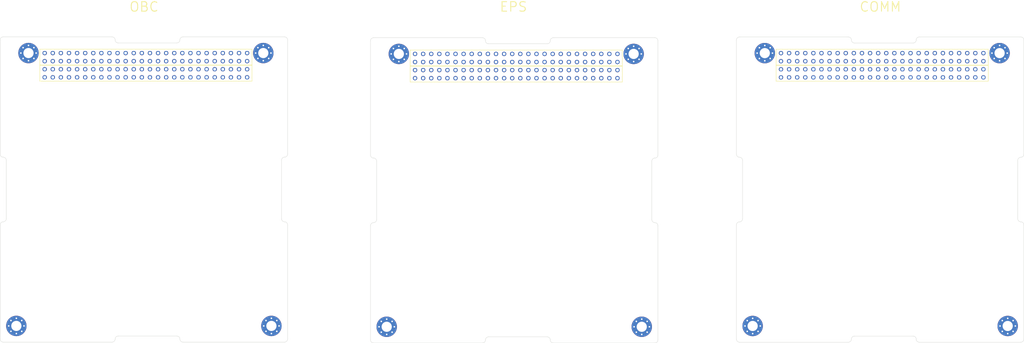
<source format=kicad_pcb>
(kicad_pcb (version 20241229) (generator "pcbnew") (generator_version "9.0")
  (title_block (title "HEDGE 2") (date "2025-06-29") (rev "V0.8") (company "University of Virginia") (comment 1 "Department of Mechanical and Aerospace Engineering"))
  (layers (0 "F.Cu" signal) (2 "B.Cu" signal) (13 "F.Paste" user) (15 "B.Paste" user) (5 "F.SilkS" user "F.Silkscreen") (7 "B.SilkS" user "B.Silkscreen") (1 "F.Mask" user) (3 "B.Mask" user) (25 "Edge.Cuts" user))
  (net 0 "")
  (net 62 "+5V")
  (net 63 "+3V3")
  (net 64 "GND")
  (footprint "VST104_footprints:ESQ-126-39-x-D" (layer "F.Cu") (at 70.787499 47.537699)
    (property "Reference" "H1" (hide yes))
    (property "Value" "Conn_02x26_Odd_Even" (hide yes))
  )
  (footprint "VST104_footprints:MountingHole_3.2mm_M3_Pad_Via" (layer "F.Cu") (at 372.887499 125.662699)
    (property "Reference" "MH3" (hide yes))
    (property "Value" "MountingHole_Pad" (hide yes))
  )
  (footprint "VST104_footprints:MountingHole_3.2mm_M3_Pad_Via" (layer "F.Cu") (at 292.877499 125.662699)
    (property "Reference" "MH4" (hide yes))
    (property "Value" "MountingHole_Pad" (hide yes))
  )
  (footprint "VST104_footprints:ESQ-126-39-x-D" (layer "F.Cu") (at 301.767499 42.477699)
    (property "Reference" "H2" (hide yes))
    (property "Value" "Conn_02x26_Odd_Even" (hide yes))
  )
  (footprint "VST104_footprints:ESQ-126-39-x-D" (layer "F.Cu") (at 70.787499 42.457699)
    (property "Reference" "H2" (hide yes))
    (property "Value" "Conn_02x26_Odd_Even" (hide yes))
  )
  (footprint "VST104_footprints:MountingHole_3.2mm_M3_Pad_Via" (layer "F.Cu") (at 178.077499 125.912699)
    (property "Reference" "MH4" (hide yes))
    (property "Value" "MountingHole_Pad" (hide yes))
  )
  (footprint "VST104_footprints:MountingHole_3.2mm_M3_Pad_Via" (layer "F.Cu") (at 181.887499 40.187699)
    (property "Reference" "MH1" (hide yes))
    (property "Value" "MountingHole_Pad" (hide yes))
  )
  (footprint "VST104_footprints:MountingHole_3.2mm_M3_Pad_Via" (layer "F.Cu") (at 65.707499 39.917699)
    (property "Reference" "MH1" (hide yes))
    (property "Value" "MountingHole_Pad" (hide yes))
  )
  (footprint "VST104_footprints:ESQ-126-39-x-D" (layer "F.Cu") (at 186.967499 47.807699)
    (property "Reference" "H1" (hide yes))
    (property "Value" "Conn_02x26_Odd_Even" (hide yes))
  )
  (footprint "VST104_footprints:MountingHole_3.2mm_M3_Pad_Via" (layer "F.Cu") (at 370.347499 39.937699)
    (property "Reference" "MH2" (hide yes))
    (property "Value" "MountingHole_Pad" (hide yes))
  )
  (footprint "VST104_footprints:MountingHole_3.2mm_M3_Pad_Via" (layer "F.Cu") (at 61.897499 125.642699)
    (property "Reference" "MH4" (hide yes))
    (property "Value" "MountingHole_Pad" (hide yes))
  )
  (footprint "VST104_footprints:ESQ-126-39-x-D" (layer "F.Cu") (at 186.967499 42.727699)
    (property "Reference" "H2" (hide yes))
    (property "Value" "Conn_02x26_Odd_Even" (hide yes))
  )
  (footprint "VST104_footprints:MountingHole_3.2mm_M3_Pad_Via" (layer "F.Cu") (at 258.087499 125.912699)
    (property "Reference" "MH3" (hide yes))
    (property "Value" "MountingHole_Pad" (hide yes))
  )
  (footprint "VST104_footprints:MountingHole_3.2mm_M3_Pad_Via" (layer "F.Cu") (at 139.367499 39.917699)
    (property "Reference" "MH2" (hide yes))
    (property "Value" "MountingHole_Pad" (hide yes))
  )
  (footprint "VST104_footprints:MountingHole_3.2mm_M3_Pad_Via" (layer "F.Cu") (at 141.907499 125.642699)
    (property "Reference" "MH3" (hide yes))
    (property "Value" "MountingHole_Pad" (hide yes))
  )
  (footprint "VST104_footprints:MountingHole_3.2mm_M3_Pad_Via" (layer "F.Cu") (at 296.687499 39.937699)
    (property "Reference" "MH1" (hide yes))
    (property "Value" "MountingHole_Pad" (hide yes))
  )
  (footprint "VST104_footprints:ESQ-126-39-x-D" (layer "F.Cu") (at 301.767499 47.557699)
    (property "Reference" "H1" (hide yes))
    (property "Value" "Conn_02x26_Odd_Even" (hide yes))
  )
  (footprint "VST104_footprints:MountingHole_3.2mm_M3_Pad_Via" (layer "F.Cu") (at 255.547499 40.187699)
    (property "Reference" "MH2" (hide yes))
    (property "Value" "MountingHole_Pad" (hide yes))
  )
  (gr_arc (start 146.034999 92.927499) (mid 145.36148 92.648518) (end 145.082499 91.974999) (stroke (width 0.1)) (layer "Edge.Cuts"))
  (gr_line (start 324.817999 36.762699) (end 343.232999 36.762699) (stroke (width 0.1)) (layer "Edge.Cuts"))
  (gr_arc (start 58.722499 91.974999) (mid 58.443518 92.648518) (end 57.769999 92.927499) (stroke (width 0.1)) (layer "Edge.Cuts"))
  (gr_arc (start 146.034999 34.837699) (mid 146.708518 35.11668) (end 146.987499 35.790199) (stroke (width 0.1)) (layer "Edge.Cuts"))
  (gr_arc (start 208.112999 35.107699) (mid 208.786518 35.38668) (end 209.065499 36.060199) (stroke (width 0.1)) (layer "Edge.Cuts"))
  (gr_line (start 56.817499 35.790199) (end 56.817499 71.680399) (stroke (width 0.1)) (layer "Edge.Cuts"))
  (gr_arc (start 322.912999 34.857699) (mid 323.586518 35.13668) (end 323.865499 35.810199) (stroke (width 0.1)) (layer "Edge.Cuts"))
  (gr_arc (start 174.902499 92.244999) (mid 174.623518 92.918518) (end 173.949999 93.197499) (stroke (width 0.1)) (layer "Edge.Cuts"))
  (gr_arc (start 173.949999 130.992699) (mid 173.27648 130.713718) (end 172.997499 130.040199) (stroke (width 0.1)) (layer "Edge.Cuts"))
  (gr_line (start 345.137999 130.742699) (end 377.014999 130.742699) (stroke (width 0.1)) (layer "Edge.Cuts"))
  (gr_arc (start 146.987499 71.680399) (mid 146.708518 72.353918) (end 146.034999 72.632899) (stroke (width 0.1)) (layer "Edge.Cuts"))
  (gr_arc (start 172.997499 36.060199) (mid 173.27648 35.38668) (end 173.949999 35.107699) (stroke (width 0.1)) (layer "Edge.Cuts"))
  (gr_arc (start 56.817499 93.879999) (mid 57.09648 93.20648) (end 57.769999 92.927499) (stroke (width 0.1)) (layer "Edge.Cuts"))
  (gr_arc (start 377.014999 92.947499) (mid 377.688518 93.22648) (end 377.967499 93.899999) (stroke (width 0.1)) (layer "Edge.Cuts"))
  (gr_line (start 345.137999 34.857699) (end 377.014999 34.857699) (stroke (width 0.1)) (layer "Edge.Cuts"))
  (gr_arc (start 345.137999 130.742699) (mid 344.46448 130.463718) (end 344.185499 129.790199) (stroke (width 0.1)) (layer "Edge.Cuts"))
  (gr_arc (start 263.167499 130.040199) (mid 262.888518 130.713718) (end 262.214999 130.992699) (stroke (width 0.1)) (layer "Edge.Cuts"))
  (gr_arc (start 288.749999 130.742699) (mid 288.07648 130.463718) (end 287.797499 129.790199) (stroke (width 0.1)) (layer "Edge.Cuts"))
  (gr_line (start 114.157999 34.837699) (end 146.034999 34.837699) (stroke (width 0.1)) (layer "Edge.Cuts"))
  (gr_line (start 230.337999 130.992699) (end 262.214999 130.992699) (stroke (width 0.1)) (layer "Edge.Cuts"))
  (gr_arc (start 289.702499 91.994999) (mid 289.423518 92.668518) (end 288.749999 92.947499) (stroke (width 0.1)) (layer "Edge.Cuts"))
  (gr_line (start 172.997499 94.149999) (end 172.997499 130.040199) (stroke (width 0.1)) (layer "Edge.Cuts"))
  (gr_line (start 173.949999 130.992699) (end 208.112999 130.992699) (stroke (width 0.1)) (layer "Edge.Cuts"))
  (gr_line (start 377.967499 35.810199) (end 377.967499 71.700399) (stroke (width 0.1)) (layer "Edge.Cuts"))
  (gr_arc (start 287.797499 35.810199) (mid 288.07648 35.13668) (end 288.749999 34.857699) (stroke (width 0.1)) (layer "Edge.Cuts"))
  (gr_line (start 173.949999 35.107699) (end 208.112999 35.107699) (stroke (width 0.1)) (layer "Edge.Cuts"))
  (gr_line (start 57.769999 34.837699) (end 91.932999 34.837699) (stroke (width 0.1)) (layer "Edge.Cuts"))
  (gr_arc (start 377.014999 34.857699) (mid 377.688518 35.13668) (end 377.967499 35.810199) (stroke (width 0.1)) (layer "Edge.Cuts"))
  (gr_arc (start 145.082499 73.585399) (mid 145.36148 72.91188) (end 146.034999 72.632899) (stroke (width 0.1)) (layer "Edge.Cuts"))
  (gr_arc (start 112.252999 128.817699) (mid 112.926518 129.09668) (end 113.205499 129.770199) (stroke (width 0.1)) (layer "Edge.Cuts"))
  (gr_arc (start 262.214999 93.197499) (mid 262.888518 93.47648) (end 263.167499 94.149999) (stroke (width 0.1)) (layer "Edge.Cuts"))
  (gr_line (start 146.987499 35.790199) (end 146.987499 71.680399) (stroke (width 0.1)) (layer "Edge.Cuts"))
  (gr_arc (start 209.065499 130.040199) (mid 209.34448 129.36668) (end 210.017999 129.087699) (stroke (width 0.1)) (layer "Edge.Cuts"))
  (gr_arc (start 230.337999 130.992699) (mid 229.66448 130.713718) (end 229.385499 130.040199) (stroke (width 0.1)) (layer "Edge.Cuts"))
  (gr_line (start 93.837999 128.817699) (end 112.252999 128.817699) (stroke (width 0.1)) (layer "Edge.Cuts"))
  (gr_line (start 377.967499 93.899999) (end 377.967499 129.790199) (stroke (width 0.1)) (layer "Edge.Cuts"))
  (gr_arc (start 287.797499 93.899999) (mid 288.07648 93.22648) (end 288.749999 92.947499) (stroke (width 0.1)) (layer "Edge.Cuts"))
  (gr_line (start 230.337999 35.107699) (end 262.214999 35.107699) (stroke (width 0.1)) (layer "Edge.Cuts"))
  (gr_arc (start 57.769999 72.632899) (mid 58.443518 72.91188) (end 58.722499 73.585399) (stroke (width 0.1)) (layer "Edge.Cuts"))
  (gr_line (start 58.722499 73.585399) (end 58.722499 91.974999) (stroke (width 0.1)) (layer "Edge.Cuts"))
  (gr_arc (start 113.205499 35.790199) (mid 113.48448 35.11668) (end 114.157999 34.837699) (stroke (width 0.1)) (layer "Edge.Cuts"))
  (gr_arc (start 376.062499 73.605399) (mid 376.34148 72.93188) (end 377.014999 72.652899) (stroke (width 0.1)) (layer "Edge.Cuts"))
  (gr_line (start 288.749999 130.742699) (end 322.912999 130.742699) (stroke (width 0.1)) (layer "Edge.Cuts"))
  (gr_arc (start 92.885499 129.770199) (mid 92.606518 130.443718) (end 91.932999 130.722699) (stroke (width 0.1)) (layer "Edge.Cuts"))
  (gr_line (start 57.769999 130.722699) (end 91.932999 130.722699) (stroke (width 0.1)) (layer "Edge.Cuts"))
  (gr_arc (start 377.967499 129.790199) (mid 377.688518 130.463718) (end 377.014999 130.742699) (stroke (width 0.1)) (layer "Edge.Cuts"))
  (gr_arc (start 229.385499 36.060199) (mid 229.106518 36.733718) (end 228.432999 37.012699) (stroke (width 0.1)) (layer "Edge.Cuts"))
  (gr_arc (start 91.932999 34.837699) (mid 92.606518 35.11668) (end 92.885499 35.790199) (stroke (width 0.1)) (layer "Edge.Cuts"))
  (gr_arc (start 56.817499 35.790199) (mid 57.09648 35.11668) (end 57.769999 34.837699) (stroke (width 0.1)) (layer "Edge.Cuts"))
  (gr_arc (start 323.865499 129.790199) (mid 324.14448 129.11668) (end 324.817999 128.837699) (stroke (width 0.1)) (layer "Edge.Cuts"))
  (gr_line (start 174.902499 73.855399) (end 174.902499 92.244999) (stroke (width 0.1)) (layer "Edge.Cuts"))
  (gr_arc (start 172.997499 94.149999) (mid 173.27648 93.47648) (end 173.949999 93.197499) (stroke (width 0.1)) (layer "Edge.Cuts"))
  (gr_arc (start 262.214999 35.107699) (mid 262.888518 35.38668) (end 263.167499 36.060199) (stroke (width 0.1)) (layer "Edge.Cuts"))
  (gr_arc (start 146.034999 92.927499) (mid 146.708518 93.20648) (end 146.987499 93.879999) (stroke (width 0.1)) (layer "Edge.Cuts"))
  (gr_arc (start 262.214999 93.197499) (mid 261.54148 92.918518) (end 261.262499 92.244999) (stroke (width 0.1)) (layer "Edge.Cuts"))
  (gr_line (start 288.749999 34.857699) (end 322.912999 34.857699) (stroke (width 0.1)) (layer "Edge.Cuts"))
  (gr_arc (start 93.837999 36.742699) (mid 93.16448 36.463718) (end 92.885499 35.790199) (stroke (width 0.1)) (layer "Edge.Cuts"))
  (gr_arc (start 228.432999 129.087699) (mid 229.106518 129.36668) (end 229.385499 130.040199) (stroke (width 0.1)) (layer "Edge.Cuts"))
  (gr_arc (start 210.017999 37.012699) (mid 209.34448 36.733718) (end 209.065499 36.060199) (stroke (width 0.1)) (layer "Edge.Cuts"))
  (gr_arc (start 377.014999 92.947499) (mid 376.34148 92.668518) (end 376.062499 91.994999) (stroke (width 0.1)) (layer "Edge.Cuts"))
  (gr_line (start 376.062499 73.605399) (end 376.062499 91.994999) (stroke (width 0.1)) (layer "Edge.Cuts"))
  (gr_arc (start 57.769999 72.632899) (mid 57.09648 72.353918) (end 56.817499 71.680399) (stroke (width 0.1)) (layer "Edge.Cuts"))
  (gr_line (start 287.797499 93.899999) (end 287.797499 129.790199) (stroke (width 0.1)) (layer "Edge.Cuts"))
  (gr_arc (start 343.232999 128.837699) (mid 343.906518 129.11668) (end 344.185499 129.790199) (stroke (width 0.1)) (layer "Edge.Cuts"))
  (gr_arc (start 209.065499 130.040199) (mid 208.786518 130.713718) (end 208.112999 130.992699) (stroke (width 0.1)) (layer "Edge.Cuts"))
  (gr_line (start 145.082499 73.585399) (end 145.082499 91.974999) (stroke (width 0.1)) (layer "Edge.Cuts"))
  (gr_arc (start 229.385499 36.060199) (mid 229.66448 35.38668) (end 230.337999 35.107699) (stroke (width 0.1)) (layer "Edge.Cuts"))
  (gr_arc (start 344.185499 35.810199) (mid 343.906518 36.483718) (end 343.232999 36.762699) (stroke (width 0.1)) (layer "Edge.Cuts"))
  (gr_arc (start 114.157999 130.722699) (mid 113.48448 130.443718) (end 113.205499 129.770199) (stroke (width 0.1)) (layer "Edge.Cuts"))
  (gr_line (start 263.167499 94.149999) (end 263.167499 130.040199) (stroke (width 0.1)) (layer "Edge.Cuts"))
  (gr_line (start 263.167499 36.060199) (end 263.167499 71.950399) (stroke (width 0.1)) (layer "Edge.Cuts"))
  (gr_line (start 114.157999 130.722699) (end 146.034999 130.722699) (stroke (width 0.1)) (layer "Edge.Cuts"))
  (gr_arc (start 288.749999 72.652899) (mid 289.423518 72.93188) (end 289.702499 73.605399) (stroke (width 0.1)) (layer "Edge.Cuts"))
  (gr_arc (start 377.967499 71.700399) (mid 377.688518 72.373918) (end 377.014999 72.652899) (stroke (width 0.1)) (layer "Edge.Cuts"))
  (gr_arc (start 263.167499 71.950399) (mid 262.888518 72.623918) (end 262.214999 72.902899) (stroke (width 0.1)) (layer "Edge.Cuts"))
  (gr_line (start 172.997499 36.060199) (end 172.997499 71.950399) (stroke (width 0.1)) (layer "Edge.Cuts"))
  (gr_line (start 146.987499 93.879999) (end 146.987499 129.770199) (stroke (width 0.1)) (layer "Edge.Cuts"))
  (gr_line (start 289.702499 73.605399) (end 289.702499 91.994999) (stroke (width 0.1)) (layer "Edge.Cuts"))
  (gr_arc (start 288.749999 72.652899) (mid 288.07648 72.373918) (end 287.797499 71.700399) (stroke (width 0.1)) (layer "Edge.Cuts"))
  (gr_line (start 324.817999 128.837699) (end 343.232999 128.837699) (stroke (width 0.1)) (layer "Edge.Cuts"))
  (gr_arc (start 323.865499 129.790199) (mid 323.586518 130.463718) (end 322.912999 130.742699) (stroke (width 0.1)) (layer "Edge.Cuts"))
  (gr_line (start 287.797499 35.810199) (end 287.797499 71.700399) (stroke (width 0.1)) (layer "Edge.Cuts"))
  (gr_line (start 93.837999 36.742699) (end 112.252999 36.742699) (stroke (width 0.1)) (layer "Edge.Cuts"))
  (gr_arc (start 344.185499 35.810199) (mid 344.46448 35.13668) (end 345.137999 34.857699) (stroke (width 0.1)) (layer "Edge.Cuts"))
  (gr_arc (start 173.949999 72.902899) (mid 174.623518 73.18188) (end 174.902499 73.855399) (stroke (width 0.1)) (layer "Edge.Cuts"))
  (gr_line (start 261.262499 73.855399) (end 261.262499 92.244999) (stroke (width 0.1)) (layer "Edge.Cuts"))
  (gr_arc (start 173.949999 72.902899) (mid 173.27648 72.623918) (end 172.997499 71.950399) (stroke (width 0.1)) (layer "Edge.Cuts"))
  (gr_arc (start 261.262499 73.855399) (mid 261.54148 73.18188) (end 262.214999 72.902899) (stroke (width 0.1)) (layer "Edge.Cuts"))
  (gr_arc (start 92.885499 129.770199) (mid 93.16448 129.09668) (end 93.837999 128.817699) (stroke (width 0.1)) (layer "Edge.Cuts"))
  (gr_line (start 210.017999 129.087699) (end 228.432999 129.087699) (stroke (width 0.1)) (layer "Edge.Cuts"))
  (gr_line (start 56.817499 93.879999) (end 56.817499 129.770199) (stroke (width 0.1)) (layer "Edge.Cuts"))
  (gr_arc (start 57.769999 130.722699) (mid 57.09648 130.443718) (end 56.817499 129.770199) (stroke (width 0.1)) (layer "Edge.Cuts"))
  (gr_arc (start 324.817999 36.762699) (mid 324.14448 36.483718) (end 323.865499 35.810199) (stroke (width 0.1)) (layer "Edge.Cuts"))
  (gr_line (start 210.017999 37.012699) (end 228.432999 37.012699) (stroke (width 0.1)) (layer "Edge.Cuts"))
  (gr_arc (start 113.205499 35.790199) (mid 112.926518 36.463718) (end 112.252999 36.742699) (stroke (width 0.1)) (layer "Edge.Cuts"))
  (gr_arc (start 146.987499 129.770199) (mid 146.708518 130.443718) (end 146.034999 130.722699) (stroke (width 0.1)) (layer "Edge.Cuts"))
  (gr_text "COMM" (at 326.2325 27.15 0) (layer "F.SilkS") (effects (font (size 3 3) (thickness 0.3) (bold yes)) (justify left bottom)))
  (gr_text "EPS" (at 213.361071 27.15 0) (layer "F.SilkS") (effects (font (size 3 3) (thickness 0.3) (bold yes)) (justify left bottom)))
  (gr_text "OBC" (at 97.181071 27.15 0) (layer "F.SilkS") (effects (font (size 3 3) (thickness 0.3) (bold yes)) (justify left bottom)))
)
</source>
